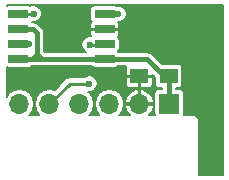
<source format=gtl>
%TF.GenerationSoftware,KiCad,Pcbnew,4.0.4-stable*%
%TF.CreationDate,2017-05-07T05:40:39+03:00*%
%TF.ProjectId,spi_soicw8_programming,7370695F736F696377385F70726F6772,rev?*%
%TF.FileFunction,Copper,L1,Top,Signal*%
%FSLAX46Y46*%
G04 Gerber Fmt 4.6, Leading zero omitted, Abs format (unit mm)*
G04 Created by KiCad (PCBNEW 4.0.4-stable) date 05/07/17 05:40:39*
%MOMM*%
%LPD*%
G01*
G04 APERTURE LIST*
%ADD10C,0.200000*%
%ADD11R,1.500000X1.250000*%
%ADD12R,1.700000X0.650000*%
%ADD13R,1.700000X1.700000*%
%ADD14O,1.700000X1.700000*%
%ADD15C,0.600000*%
%ADD16C,0.400000*%
%ADD17C,0.250000*%
G04 APERTURE END LIST*
D10*
D11*
X154950000Y-108000000D03*
X152450000Y-108000000D03*
D12*
X142225000Y-102745000D03*
X142225000Y-104015000D03*
X142225000Y-105285000D03*
X142225000Y-106555000D03*
X149525000Y-106555000D03*
X149525000Y-105285000D03*
X149525000Y-104015000D03*
X149525000Y-102745000D03*
D13*
X154995000Y-110350000D03*
D14*
X152455000Y-110350000D03*
X149915000Y-110350000D03*
X147375000Y-110350000D03*
X144835000Y-110350000D03*
X142295000Y-110350000D03*
D15*
X141550000Y-107650000D03*
X151075000Y-104050000D03*
X148000000Y-104000000D03*
X143500000Y-102700000D03*
X143100000Y-105275000D03*
X148250000Y-105325000D03*
X148225000Y-108625000D03*
X150675000Y-102725000D03*
D16*
X154950000Y-108000000D02*
X154950000Y-110305000D01*
X154950000Y-110305000D02*
X154995000Y-110350000D01*
X152525000Y-106550000D02*
X149530000Y-106550000D01*
X154950000Y-108000000D02*
X154545002Y-108000000D01*
X154545002Y-108000000D02*
X153095002Y-106550000D01*
X153095002Y-106550000D02*
X152525000Y-106550000D01*
X143350000Y-106555000D02*
X144200000Y-106555000D01*
X144200000Y-106555000D02*
X149525000Y-106555000D01*
X143800000Y-106105000D02*
X143800000Y-106155000D01*
X143800000Y-106155000D02*
X144200000Y-106555000D01*
X142225000Y-106555000D02*
X143350000Y-106555000D01*
X142225000Y-104015000D02*
X143475000Y-104015000D01*
X143475000Y-104015000D02*
X143800000Y-104340000D01*
X143800000Y-104340000D02*
X143800000Y-106105000D01*
X143800000Y-106105000D02*
X143350000Y-106555000D01*
X149530000Y-106550000D02*
X149525000Y-106555000D01*
D17*
X149325000Y-107975000D02*
X149000000Y-107650000D01*
X149000000Y-107650000D02*
X141550000Y-107650000D01*
X151425000Y-107975000D02*
X149325000Y-107975000D01*
X152450000Y-108000000D02*
X151450000Y-108000000D01*
X151450000Y-108000000D02*
X151425000Y-107975000D01*
X149525000Y-104015000D02*
X151040000Y-104015000D01*
X151040000Y-104015000D02*
X151075000Y-104050000D01*
X149525000Y-104015000D02*
X148015000Y-104015000D01*
X148015000Y-104015000D02*
X148000000Y-104000000D01*
X142225000Y-102745000D02*
X143455000Y-102745000D01*
X143455000Y-102745000D02*
X143500000Y-102700000D01*
X142225000Y-105285000D02*
X143090000Y-105285000D01*
X143090000Y-105285000D02*
X143100000Y-105275000D01*
X148250000Y-105325000D02*
X149485000Y-105325000D01*
X149485000Y-105325000D02*
X149525000Y-105285000D01*
X144835000Y-110350000D02*
X146560000Y-108625000D01*
X146560000Y-108625000D02*
X148225000Y-108625000D01*
X149525000Y-102745000D02*
X150655000Y-102745000D01*
X150655000Y-102745000D02*
X150675000Y-102725000D01*
D10*
G36*
X159525000Y-116325000D02*
X157475000Y-116325000D01*
X157475000Y-111750000D01*
X157438843Y-111568225D01*
X157335876Y-111414124D01*
X157181775Y-111311157D01*
X157000000Y-111275000D01*
X156237648Y-111275000D01*
X156252836Y-111200000D01*
X156252836Y-109500000D01*
X156224944Y-109351769D01*
X156137340Y-109215628D01*
X156003671Y-109124296D01*
X155845000Y-109092164D01*
X155550000Y-109092164D01*
X155550000Y-109032836D01*
X155700000Y-109032836D01*
X155848231Y-109004944D01*
X155984372Y-108917340D01*
X156075704Y-108783671D01*
X156107836Y-108625000D01*
X156107836Y-107375000D01*
X156079944Y-107226769D01*
X155992340Y-107090628D01*
X155858671Y-106999296D01*
X155700000Y-106967164D01*
X154360694Y-106967164D01*
X153519266Y-106125736D01*
X153324612Y-105995672D01*
X153095002Y-105950000D01*
X150670153Y-105950000D01*
X150667340Y-105945628D01*
X150630848Y-105920694D01*
X150659372Y-105902340D01*
X150750704Y-105768671D01*
X150782836Y-105610000D01*
X150782836Y-104960000D01*
X150754944Y-104811769D01*
X150667340Y-104675628D01*
X150630339Y-104650347D01*
X150714104Y-104566582D01*
X150775000Y-104419565D01*
X150775000Y-104165000D01*
X150675000Y-104065000D01*
X149575000Y-104065000D01*
X149575000Y-104085000D01*
X149475000Y-104085000D01*
X149475000Y-104065000D01*
X148375000Y-104065000D01*
X148275000Y-104165000D01*
X148275000Y-104419565D01*
X148335896Y-104566582D01*
X148397692Y-104628378D01*
X148389850Y-104625122D01*
X148111372Y-104624879D01*
X147854000Y-104731223D01*
X147656915Y-104927964D01*
X147550122Y-105185150D01*
X147549879Y-105463628D01*
X147656223Y-105721000D01*
X147852964Y-105918085D01*
X147941865Y-105955000D01*
X144448528Y-105955000D01*
X144400000Y-105906472D01*
X144400000Y-104340000D01*
X144354328Y-104110390D01*
X144354328Y-104110389D01*
X144224264Y-103915736D01*
X143899264Y-103590736D01*
X143704610Y-103460672D01*
X143475000Y-103415000D01*
X143373371Y-103415000D01*
X143367340Y-103405628D01*
X143357026Y-103398581D01*
X143360150Y-103399878D01*
X143638628Y-103400121D01*
X143896000Y-103293777D01*
X144093085Y-103097036D01*
X144199878Y-102839850D01*
X144200121Y-102561372D01*
X144141708Y-102420000D01*
X148267164Y-102420000D01*
X148267164Y-103070000D01*
X148295056Y-103218231D01*
X148382660Y-103354372D01*
X148419661Y-103379653D01*
X148335896Y-103463418D01*
X148275000Y-103610435D01*
X148275000Y-103865000D01*
X148375000Y-103965000D01*
X149475000Y-103965000D01*
X149475000Y-103945000D01*
X149575000Y-103945000D01*
X149575000Y-103965000D01*
X150675000Y-103965000D01*
X150775000Y-103865000D01*
X150775000Y-103610435D01*
X150714104Y-103463418D01*
X150675687Y-103425001D01*
X150813628Y-103425121D01*
X151071000Y-103318777D01*
X151268085Y-103122036D01*
X151374878Y-102864850D01*
X151375121Y-102586372D01*
X151268777Y-102329000D01*
X151072036Y-102131915D01*
X150814850Y-102025122D01*
X150536372Y-102024879D01*
X150503947Y-102038277D01*
X150375000Y-102012164D01*
X148675000Y-102012164D01*
X148526769Y-102040056D01*
X148390628Y-102127660D01*
X148299296Y-102261329D01*
X148267164Y-102420000D01*
X144141708Y-102420000D01*
X144093777Y-102304000D01*
X143897036Y-102106915D01*
X143639850Y-102000122D01*
X143361372Y-101999879D01*
X143241285Y-102049498D01*
X143233671Y-102044296D01*
X143075000Y-102012164D01*
X141375000Y-102012164D01*
X141226769Y-102040056D01*
X141225000Y-102041194D01*
X141225000Y-101975000D01*
X159525000Y-101975000D01*
X159525000Y-116325000D01*
X159525000Y-116325000D01*
G37*
X159525000Y-116325000D02*
X157475000Y-116325000D01*
X157475000Y-111750000D01*
X157438843Y-111568225D01*
X157335876Y-111414124D01*
X157181775Y-111311157D01*
X157000000Y-111275000D01*
X156237648Y-111275000D01*
X156252836Y-111200000D01*
X156252836Y-109500000D01*
X156224944Y-109351769D01*
X156137340Y-109215628D01*
X156003671Y-109124296D01*
X155845000Y-109092164D01*
X155550000Y-109092164D01*
X155550000Y-109032836D01*
X155700000Y-109032836D01*
X155848231Y-109004944D01*
X155984372Y-108917340D01*
X156075704Y-108783671D01*
X156107836Y-108625000D01*
X156107836Y-107375000D01*
X156079944Y-107226769D01*
X155992340Y-107090628D01*
X155858671Y-106999296D01*
X155700000Y-106967164D01*
X154360694Y-106967164D01*
X153519266Y-106125736D01*
X153324612Y-105995672D01*
X153095002Y-105950000D01*
X150670153Y-105950000D01*
X150667340Y-105945628D01*
X150630848Y-105920694D01*
X150659372Y-105902340D01*
X150750704Y-105768671D01*
X150782836Y-105610000D01*
X150782836Y-104960000D01*
X150754944Y-104811769D01*
X150667340Y-104675628D01*
X150630339Y-104650347D01*
X150714104Y-104566582D01*
X150775000Y-104419565D01*
X150775000Y-104165000D01*
X150675000Y-104065000D01*
X149575000Y-104065000D01*
X149575000Y-104085000D01*
X149475000Y-104085000D01*
X149475000Y-104065000D01*
X148375000Y-104065000D01*
X148275000Y-104165000D01*
X148275000Y-104419565D01*
X148335896Y-104566582D01*
X148397692Y-104628378D01*
X148389850Y-104625122D01*
X148111372Y-104624879D01*
X147854000Y-104731223D01*
X147656915Y-104927964D01*
X147550122Y-105185150D01*
X147549879Y-105463628D01*
X147656223Y-105721000D01*
X147852964Y-105918085D01*
X147941865Y-105955000D01*
X144448528Y-105955000D01*
X144400000Y-105906472D01*
X144400000Y-104340000D01*
X144354328Y-104110390D01*
X144354328Y-104110389D01*
X144224264Y-103915736D01*
X143899264Y-103590736D01*
X143704610Y-103460672D01*
X143475000Y-103415000D01*
X143373371Y-103415000D01*
X143367340Y-103405628D01*
X143357026Y-103398581D01*
X143360150Y-103399878D01*
X143638628Y-103400121D01*
X143896000Y-103293777D01*
X144093085Y-103097036D01*
X144199878Y-102839850D01*
X144200121Y-102561372D01*
X144141708Y-102420000D01*
X148267164Y-102420000D01*
X148267164Y-103070000D01*
X148295056Y-103218231D01*
X148382660Y-103354372D01*
X148419661Y-103379653D01*
X148335896Y-103463418D01*
X148275000Y-103610435D01*
X148275000Y-103865000D01*
X148375000Y-103965000D01*
X149475000Y-103965000D01*
X149475000Y-103945000D01*
X149575000Y-103945000D01*
X149575000Y-103965000D01*
X150675000Y-103965000D01*
X150775000Y-103865000D01*
X150775000Y-103610435D01*
X150714104Y-103463418D01*
X150675687Y-103425001D01*
X150813628Y-103425121D01*
X151071000Y-103318777D01*
X151268085Y-103122036D01*
X151374878Y-102864850D01*
X151375121Y-102586372D01*
X151268777Y-102329000D01*
X151072036Y-102131915D01*
X150814850Y-102025122D01*
X150536372Y-102024879D01*
X150503947Y-102038277D01*
X150375000Y-102012164D01*
X148675000Y-102012164D01*
X148526769Y-102040056D01*
X148390628Y-102127660D01*
X148299296Y-102261329D01*
X148267164Y-102420000D01*
X144141708Y-102420000D01*
X144093777Y-102304000D01*
X143897036Y-102106915D01*
X143639850Y-102000122D01*
X143361372Y-101999879D01*
X143241285Y-102049498D01*
X143233671Y-102044296D01*
X143075000Y-102012164D01*
X141375000Y-102012164D01*
X141226769Y-102040056D01*
X141225000Y-102041194D01*
X141225000Y-101975000D01*
X159525000Y-101975000D01*
X159525000Y-116325000D01*
G36*
X151300000Y-107295435D02*
X151300000Y-107850000D01*
X151400000Y-107950000D01*
X152400000Y-107950000D01*
X152400000Y-107930000D01*
X152500000Y-107930000D01*
X152500000Y-107950000D01*
X153500000Y-107950000D01*
X153573237Y-107876763D01*
X153792164Y-108095690D01*
X153792164Y-108625000D01*
X153820056Y-108773231D01*
X153907660Y-108909372D01*
X154041329Y-109000704D01*
X154200000Y-109032836D01*
X154350000Y-109032836D01*
X154350000Y-109092164D01*
X154145000Y-109092164D01*
X153996769Y-109120056D01*
X153860628Y-109207660D01*
X153769296Y-109341329D01*
X153737164Y-109500000D01*
X153737164Y-111200000D01*
X153751276Y-111275000D01*
X153263720Y-111275000D01*
X153493826Y-111045235D01*
X153680805Y-110594772D01*
X153604004Y-110400000D01*
X152505000Y-110400000D01*
X152505000Y-110420000D01*
X152405000Y-110420000D01*
X152405000Y-110400000D01*
X151305996Y-110400000D01*
X151229195Y-110594772D01*
X151416174Y-111045235D01*
X151646280Y-111275000D01*
X150773997Y-111275000D01*
X150798883Y-111258372D01*
X151069849Y-110852843D01*
X151165000Y-110374489D01*
X151165000Y-110325511D01*
X151121183Y-110105228D01*
X151229195Y-110105228D01*
X151305996Y-110300000D01*
X152405000Y-110300000D01*
X152405000Y-109201087D01*
X152505000Y-109201087D01*
X152505000Y-110300000D01*
X153604004Y-110300000D01*
X153680805Y-110105228D01*
X153493826Y-109654765D01*
X153148695Y-109310145D01*
X152699771Y-109124199D01*
X152505000Y-109201087D01*
X152405000Y-109201087D01*
X152210229Y-109124199D01*
X151761305Y-109310145D01*
X151416174Y-109654765D01*
X151229195Y-110105228D01*
X151121183Y-110105228D01*
X151069849Y-109847157D01*
X150798883Y-109441628D01*
X150393354Y-109170662D01*
X149915000Y-109075511D01*
X149436646Y-109170662D01*
X149031117Y-109441628D01*
X148760151Y-109847157D01*
X148665000Y-110325511D01*
X148665000Y-110374489D01*
X148760151Y-110852843D01*
X149031117Y-111258372D01*
X149056003Y-111275000D01*
X148233997Y-111275000D01*
X148258883Y-111258372D01*
X148529849Y-110852843D01*
X148625000Y-110374489D01*
X148625000Y-110325511D01*
X148529849Y-109847157D01*
X148258883Y-109441628D01*
X148082520Y-109323786D01*
X148085150Y-109324878D01*
X148363628Y-109325121D01*
X148621000Y-109218777D01*
X148818085Y-109022036D01*
X148924878Y-108764850D01*
X148925121Y-108486372D01*
X148818777Y-108229000D01*
X148739915Y-108150000D01*
X151300000Y-108150000D01*
X151300000Y-108704565D01*
X151360896Y-108851582D01*
X151473418Y-108964104D01*
X151620435Y-109025000D01*
X152300000Y-109025000D01*
X152400000Y-108925000D01*
X152400000Y-108050000D01*
X152500000Y-108050000D01*
X152500000Y-108925000D01*
X152600000Y-109025000D01*
X153279565Y-109025000D01*
X153426582Y-108964104D01*
X153539104Y-108851582D01*
X153600000Y-108704565D01*
X153600000Y-108150000D01*
X153500000Y-108050000D01*
X152500000Y-108050000D01*
X152400000Y-108050000D01*
X151400000Y-108050000D01*
X151300000Y-108150000D01*
X148739915Y-108150000D01*
X148622036Y-108031915D01*
X148364850Y-107925122D01*
X148086372Y-107924879D01*
X147829000Y-108031223D01*
X147760103Y-108100000D01*
X146560000Y-108100000D01*
X146359091Y-108139963D01*
X146188769Y-108253769D01*
X145278758Y-109163780D01*
X144835000Y-109075511D01*
X144356646Y-109170662D01*
X143951117Y-109441628D01*
X143680151Y-109847157D01*
X143585000Y-110325511D01*
X143585000Y-110374489D01*
X143680151Y-110852843D01*
X143951117Y-111258372D01*
X143976003Y-111275000D01*
X143153997Y-111275000D01*
X143178883Y-111258372D01*
X143449849Y-110852843D01*
X143545000Y-110374489D01*
X143545000Y-110325511D01*
X143449849Y-109847157D01*
X143178883Y-109441628D01*
X142773354Y-109170662D01*
X142295000Y-109075511D01*
X141816646Y-109170662D01*
X141411117Y-109441628D01*
X141225000Y-109720172D01*
X141225000Y-107257460D01*
X141375000Y-107287836D01*
X143075000Y-107287836D01*
X143223231Y-107259944D01*
X143359372Y-107172340D01*
X143371220Y-107155000D01*
X148376629Y-107155000D01*
X148382660Y-107164372D01*
X148516329Y-107255704D01*
X148675000Y-107287836D01*
X150375000Y-107287836D01*
X150523231Y-107259944D01*
X150659372Y-107172340D01*
X150674636Y-107150000D01*
X151360241Y-107150000D01*
X151300000Y-107295435D01*
X151300000Y-107295435D01*
G37*
X151300000Y-107295435D02*
X151300000Y-107850000D01*
X151400000Y-107950000D01*
X152400000Y-107950000D01*
X152400000Y-107930000D01*
X152500000Y-107930000D01*
X152500000Y-107950000D01*
X153500000Y-107950000D01*
X153573237Y-107876763D01*
X153792164Y-108095690D01*
X153792164Y-108625000D01*
X153820056Y-108773231D01*
X153907660Y-108909372D01*
X154041329Y-109000704D01*
X154200000Y-109032836D01*
X154350000Y-109032836D01*
X154350000Y-109092164D01*
X154145000Y-109092164D01*
X153996769Y-109120056D01*
X153860628Y-109207660D01*
X153769296Y-109341329D01*
X153737164Y-109500000D01*
X153737164Y-111200000D01*
X153751276Y-111275000D01*
X153263720Y-111275000D01*
X153493826Y-111045235D01*
X153680805Y-110594772D01*
X153604004Y-110400000D01*
X152505000Y-110400000D01*
X152505000Y-110420000D01*
X152405000Y-110420000D01*
X152405000Y-110400000D01*
X151305996Y-110400000D01*
X151229195Y-110594772D01*
X151416174Y-111045235D01*
X151646280Y-111275000D01*
X150773997Y-111275000D01*
X150798883Y-111258372D01*
X151069849Y-110852843D01*
X151165000Y-110374489D01*
X151165000Y-110325511D01*
X151121183Y-110105228D01*
X151229195Y-110105228D01*
X151305996Y-110300000D01*
X152405000Y-110300000D01*
X152405000Y-109201087D01*
X152505000Y-109201087D01*
X152505000Y-110300000D01*
X153604004Y-110300000D01*
X153680805Y-110105228D01*
X153493826Y-109654765D01*
X153148695Y-109310145D01*
X152699771Y-109124199D01*
X152505000Y-109201087D01*
X152405000Y-109201087D01*
X152210229Y-109124199D01*
X151761305Y-109310145D01*
X151416174Y-109654765D01*
X151229195Y-110105228D01*
X151121183Y-110105228D01*
X151069849Y-109847157D01*
X150798883Y-109441628D01*
X150393354Y-109170662D01*
X149915000Y-109075511D01*
X149436646Y-109170662D01*
X149031117Y-109441628D01*
X148760151Y-109847157D01*
X148665000Y-110325511D01*
X148665000Y-110374489D01*
X148760151Y-110852843D01*
X149031117Y-111258372D01*
X149056003Y-111275000D01*
X148233997Y-111275000D01*
X148258883Y-111258372D01*
X148529849Y-110852843D01*
X148625000Y-110374489D01*
X148625000Y-110325511D01*
X148529849Y-109847157D01*
X148258883Y-109441628D01*
X148082520Y-109323786D01*
X148085150Y-109324878D01*
X148363628Y-109325121D01*
X148621000Y-109218777D01*
X148818085Y-109022036D01*
X148924878Y-108764850D01*
X148925121Y-108486372D01*
X148818777Y-108229000D01*
X148739915Y-108150000D01*
X151300000Y-108150000D01*
X151300000Y-108704565D01*
X151360896Y-108851582D01*
X151473418Y-108964104D01*
X151620435Y-109025000D01*
X152300000Y-109025000D01*
X152400000Y-108925000D01*
X152400000Y-108050000D01*
X152500000Y-108050000D01*
X152500000Y-108925000D01*
X152600000Y-109025000D01*
X153279565Y-109025000D01*
X153426582Y-108964104D01*
X153539104Y-108851582D01*
X153600000Y-108704565D01*
X153600000Y-108150000D01*
X153500000Y-108050000D01*
X152500000Y-108050000D01*
X152400000Y-108050000D01*
X151400000Y-108050000D01*
X151300000Y-108150000D01*
X148739915Y-108150000D01*
X148622036Y-108031915D01*
X148364850Y-107925122D01*
X148086372Y-107924879D01*
X147829000Y-108031223D01*
X147760103Y-108100000D01*
X146560000Y-108100000D01*
X146359091Y-108139963D01*
X146188769Y-108253769D01*
X145278758Y-109163780D01*
X144835000Y-109075511D01*
X144356646Y-109170662D01*
X143951117Y-109441628D01*
X143680151Y-109847157D01*
X143585000Y-110325511D01*
X143585000Y-110374489D01*
X143680151Y-110852843D01*
X143951117Y-111258372D01*
X143976003Y-111275000D01*
X143153997Y-111275000D01*
X143178883Y-111258372D01*
X143449849Y-110852843D01*
X143545000Y-110374489D01*
X143545000Y-110325511D01*
X143449849Y-109847157D01*
X143178883Y-109441628D01*
X142773354Y-109170662D01*
X142295000Y-109075511D01*
X141816646Y-109170662D01*
X141411117Y-109441628D01*
X141225000Y-109720172D01*
X141225000Y-107257460D01*
X141375000Y-107287836D01*
X143075000Y-107287836D01*
X143223231Y-107259944D01*
X143359372Y-107172340D01*
X143371220Y-107155000D01*
X148376629Y-107155000D01*
X148382660Y-107164372D01*
X148516329Y-107255704D01*
X148675000Y-107287836D01*
X150375000Y-107287836D01*
X150523231Y-107259944D01*
X150659372Y-107172340D01*
X150674636Y-107150000D01*
X151360241Y-107150000D01*
X151300000Y-107295435D01*
M02*

</source>
